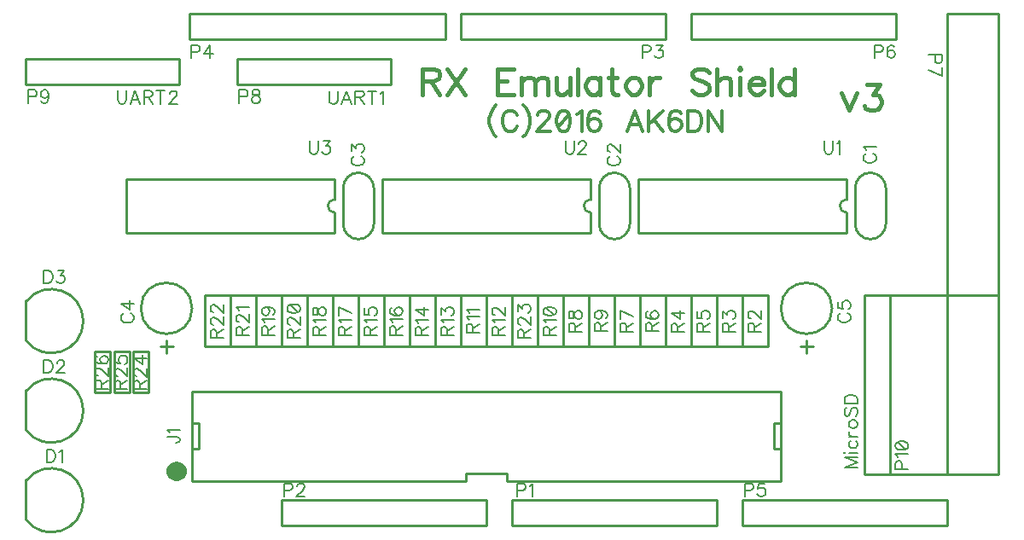
<source format=gto>
G04 DipTrace 4.3.0.2*
G04 TopSilk.gbr*
%MOIN*%
G04 #@! TF.FileFunction,Legend,Top*
G04 #@! TF.Part,Single*
%ADD10C,0.01*%
%ADD52C,0.00772*%
%ADD53C,0.012351*%
%ADD54C,0.015439*%
%FSLAX26Y26*%
G04*
G70*
G90*
G75*
G01*
G04 TopSilk*
%LPD*%
X3410000Y1230060D2*
D10*
Y1369940D1*
X3290000Y1230060D2*
Y1369940D1*
X3410000D2*
G03X3290000Y1369940I-60000J60D01*
G01*
Y1230060D2*
G03X3410000Y1230060I60000J-60D01*
G01*
X2410000D2*
Y1369940D1*
X2290000Y1230060D2*
Y1369940D1*
X2410000D2*
G03X2290000Y1369940I-60000J60D01*
G01*
Y1230060D2*
G03X2410000Y1230060I60000J-60D01*
G01*
X1410000D2*
Y1369940D1*
X1290000Y1230060D2*
Y1369940D1*
X1410000D2*
G03X1290000Y1369940I-60000J60D01*
G01*
Y1230060D2*
G03X1410000Y1230060I60000J-60D01*
G01*
X600000Y724993D2*
Y775043D1*
X625000Y750018D2*
X575000D1*
X500037Y900031D2*
G02X500037Y900031I99963J0D01*
G01*
X3100000Y724993D2*
Y775043D1*
X3125000Y750018D2*
X3075000D1*
X3000037Y900031D2*
G02X3000037Y900031I99963J0D01*
G01*
X50007Y75064D2*
Y224936D1*
X50231Y74764D2*
G03X50231Y225236I99796J75236D01*
G01*
X50007Y425064D2*
Y574936D1*
X50231Y424764D2*
G03X50231Y575236I99796J75236D01*
G01*
X50007Y775064D2*
Y924936D1*
X50231Y774764D2*
G03X50231Y925236I99796J75236D01*
G01*
X700000Y575000D2*
Y225000D1*
X3000000Y575000D2*
X700000D1*
X3000000D2*
Y225000D1*
Y450050D2*
X2974699D1*
Y349950D1*
X725301Y450050D2*
Y349950D1*
Y450050D2*
X700000D1*
X3000000Y225000D2*
X1930500D1*
X1769500D2*
X700000D1*
X1769500Y255100D2*
Y225000D1*
X1930500Y255100D2*
X1769500D1*
X1930500D2*
Y225000D1*
X3000000Y349950D2*
X2974699D1*
X725301D2*
X700000D1*
X1950000Y150000D2*
X2750000D1*
X1950000Y50000D2*
Y150000D1*
Y50000D2*
X2750000D1*
Y150000D1*
X1050000D2*
X1850000D1*
X1050000Y50000D2*
Y150000D1*
Y50000D2*
X1850000D1*
Y150000D1*
X2550000Y1950000D2*
X1750000D1*
X2550000Y2050000D2*
Y1950000D1*
Y2050000D2*
X1750000D1*
Y1950000D1*
X1690000D2*
Y2050000D1*
X690000Y1950000D2*
X1690000D1*
X690000D2*
Y2050000D1*
X765000D1*
X1690000D1*
X2850000Y150000D2*
X3650000D1*
X2850000Y50000D2*
Y150000D1*
Y50000D2*
X3650000D1*
Y150000D1*
X3450000Y1950000D2*
X2650000D1*
X3450000Y2050000D2*
Y1950000D1*
Y2050000D2*
X2650000D1*
Y1950000D1*
X3650000Y250000D2*
X3850000D1*
X3650000Y2050000D2*
X3850000D1*
Y250000D1*
X3650000Y2050000D2*
Y250000D1*
X875000Y1775000D2*
X1475000D1*
X875000Y1875000D2*
X1475000D1*
X875000Y1775000D2*
Y1875000D1*
X1475000Y1775000D2*
Y1875000D1*
X50000Y1775000D2*
X650000D1*
X50000Y1875000D2*
X650000D1*
X50000Y1775000D2*
Y1875000D1*
X650000Y1775000D2*
Y1875000D1*
X3425000Y950000D2*
X3325000D1*
X3425000Y250000D2*
Y950000D1*
Y250000D2*
X3325000D1*
Y950000D1*
X2850000Y750180D2*
Y949820D1*
X2950000D2*
X2850000D1*
X2950000Y750180D2*
Y949820D1*
Y750180D2*
X2850000D1*
X2750000D2*
Y949820D1*
X2850000D2*
X2750000D1*
X2850000Y750180D2*
Y949820D1*
Y750180D2*
X2750000D1*
X2550000D2*
Y949820D1*
X2650000D2*
X2550000D1*
X2650000Y750180D2*
Y949820D1*
Y750180D2*
X2550000D1*
X2650000D2*
Y949820D1*
X2750000D2*
X2650000D1*
X2750000Y750180D2*
Y949820D1*
Y750180D2*
X2650000D1*
X2450000D2*
Y949820D1*
X2550000D2*
X2450000D1*
X2550000Y750180D2*
Y949820D1*
Y750180D2*
X2450000D1*
X2350000D2*
Y949820D1*
X2450000D2*
X2350000D1*
X2450000Y750180D2*
Y949820D1*
Y750180D2*
X2350000D1*
X2150000D2*
Y949820D1*
X2250000D2*
X2150000D1*
X2250000Y750180D2*
Y949820D1*
Y750180D2*
X2150000D1*
X2250000D2*
Y949820D1*
X2350000D2*
X2250000D1*
X2350000Y750180D2*
Y949820D1*
Y750180D2*
X2250000D1*
X2050000D2*
Y949820D1*
X2150000D2*
X2050000D1*
X2150000Y750180D2*
Y949820D1*
Y750180D2*
X2050000D1*
X1750000D2*
Y949820D1*
X1850000D2*
X1750000D1*
X1850000Y750180D2*
Y949820D1*
Y750180D2*
X1750000D1*
X1850000D2*
Y949820D1*
X1950000D2*
X1850000D1*
X1950000Y750180D2*
Y949820D1*
Y750180D2*
X1850000D1*
X1650000D2*
Y949820D1*
X1750000D2*
X1650000D1*
X1750000Y750180D2*
Y949820D1*
Y750180D2*
X1650000D1*
X1550000D2*
Y949820D1*
X1650000D2*
X1550000D1*
X1650000Y750180D2*
Y949820D1*
Y750180D2*
X1550000D1*
X1350000D2*
Y949820D1*
X1450000D2*
X1350000D1*
X1450000Y750180D2*
Y949820D1*
Y750180D2*
X1350000D1*
X1450000D2*
Y949820D1*
X1550000D2*
X1450000D1*
X1550000Y750180D2*
Y949820D1*
Y750180D2*
X1450000D1*
X1250000D2*
Y949820D1*
X1350000D2*
X1250000D1*
X1350000Y750180D2*
Y949820D1*
Y750180D2*
X1250000D1*
X1150000D2*
Y949820D1*
X1250000D2*
X1150000D1*
X1250000Y750180D2*
Y949820D1*
Y750180D2*
X1150000D1*
X950000D2*
Y949820D1*
X1050000D2*
X950000D1*
X1050000Y750180D2*
Y949820D1*
Y750180D2*
X950000D1*
X1050000D2*
Y949820D1*
X1150000D2*
X1050000D1*
X1150000Y750180D2*
Y949820D1*
Y750180D2*
X1050000D1*
X850000D2*
Y949820D1*
X950000D2*
X850000D1*
X950000Y750180D2*
Y949820D1*
Y750180D2*
X850000D1*
X750000D2*
Y949820D1*
X850000D2*
X750000D1*
X850000Y750180D2*
Y949820D1*
Y750180D2*
X750000D1*
X1950000D2*
Y949820D1*
X2050000D2*
X1950000D1*
X2050000Y750180D2*
Y949820D1*
Y750180D2*
X1950000D1*
X530000Y730150D2*
X470000D1*
X530000Y569850D2*
Y730150D1*
Y569850D2*
X470000D1*
Y730150D1*
X455000D2*
X395000D1*
X455000Y569850D2*
Y730150D1*
Y569850D2*
X395000D1*
Y730150D1*
X380000D2*
X320000D1*
X380000Y569850D2*
Y730150D1*
Y569850D2*
X320000D1*
Y730150D1*
X3255512Y1325134D2*
G03X3255512Y1274866I-8J-25134D01*
G01*
Y1195514D2*
X2444488D1*
X3255512Y1404486D2*
X2444488D1*
Y1195514D1*
X3255512Y1274866D2*
Y1195514D1*
Y1404486D2*
Y1325134D1*
X2255512D2*
G03X2255512Y1274866I-8J-25134D01*
G01*
Y1195514D2*
X1444488D1*
X2255512Y1404486D2*
X1444488D1*
Y1195514D1*
X2255512Y1274866D2*
Y1195514D1*
Y1404486D2*
Y1325134D1*
X1255512D2*
G03X1255512Y1274866I-8J-25134D01*
G01*
Y1195514D2*
X444488D1*
X1255512Y1404486D2*
X444488D1*
Y1195514D1*
X1255512Y1274866D2*
Y1195514D1*
Y1404486D2*
Y1325134D1*
X3425000Y950000D2*
X3850000D1*
Y250000D2*
X3400000D1*
G36*
X680000Y262500D2*
X679126Y254703D1*
X676542Y247247D1*
X672361Y240458D1*
X666765Y234632D1*
X660000Y230024D1*
X652361Y226835D1*
X644181Y225205D1*
X635819D1*
X627639Y226835D1*
X620000Y230024D1*
X613235Y234632D1*
X607639Y240458D1*
X603458Y247247D1*
X600874Y254703D1*
X600000Y262500D1*
X600874Y270297D1*
X603458Y277753D1*
X607639Y284542D1*
X613235Y290368D1*
X620000Y294976D1*
X627639Y298165D1*
X635819Y299795D1*
X644181D1*
X652361Y298165D1*
X660000Y294976D1*
X666765Y290368D1*
X672361Y284542D1*
X676542Y277753D1*
X679126Y270297D1*
X680000Y262500D1*
G37*
X1235233Y1748988D2*
D52*
Y1713118D1*
X1237609Y1705933D1*
X1242418Y1701179D1*
X1249603Y1698747D1*
X1254356D1*
X1261541Y1701179D1*
X1266349Y1705933D1*
X1268726Y1713118D1*
Y1748988D1*
X1322467Y1698747D2*
X1303288Y1748988D1*
X1284165Y1698747D1*
X1291350Y1715494D2*
X1315282D1*
X1337906Y1725056D2*
X1359406D1*
X1366591Y1727488D1*
X1369023Y1729864D1*
X1371399Y1734617D1*
Y1739426D1*
X1369023Y1744179D1*
X1366591Y1746611D1*
X1359406Y1748988D1*
X1337906D1*
Y1698747D1*
X1354653Y1725056D2*
X1371399Y1698747D1*
X1403585Y1748988D2*
Y1698747D1*
X1386839Y1748988D2*
X1420332D1*
X1435771Y1739371D2*
X1440580Y1741802D1*
X1447765Y1748932D1*
Y1698747D1*
X409482Y1749738D2*
Y1713868D1*
X411858Y1706683D1*
X416667Y1701930D1*
X423852Y1699498D1*
X428605D1*
X435790Y1701930D1*
X440599Y1706683D1*
X442975Y1713868D1*
Y1749738D1*
X496716Y1699498D2*
X477538Y1749738D1*
X458414Y1699498D1*
X465599Y1716245D2*
X489531D1*
X512155Y1725806D2*
X533655D1*
X540840Y1728238D1*
X543272Y1730615D1*
X545649Y1735368D1*
Y1740177D1*
X543272Y1744930D1*
X540840Y1747362D1*
X533655Y1749738D1*
X512155D1*
Y1699498D1*
X528902Y1725806D2*
X545649Y1699498D1*
X577835Y1749738D2*
Y1699498D1*
X561088Y1749738D2*
X594581D1*
X612453Y1737745D2*
Y1740121D1*
X614829Y1744930D1*
X617206Y1747306D1*
X622014Y1749683D1*
X631576D1*
X636329Y1747306D1*
X638706Y1744930D1*
X641137Y1740121D1*
Y1735368D1*
X638706Y1730560D1*
X633952Y1723430D1*
X610021Y1699498D1*
X643514D1*
X3298606Y317836D2*
X3248366D1*
X3298606Y298713D1*
X3248366Y279589D1*
X3298606D1*
X3248366Y333275D2*
X3250742Y335652D1*
X3248366Y338084D1*
X3245934Y335652D1*
X3248366Y333275D1*
X3265112Y335652D2*
X3298606D1*
X3272297Y382263D2*
X3267489Y377455D1*
X3265112Y372646D1*
Y365516D1*
X3267489Y360708D1*
X3272297Y355955D1*
X3279482Y353523D1*
X3284235D1*
X3291420Y355955D1*
X3296174Y360708D1*
X3298606Y365516D1*
Y372646D1*
X3296174Y377455D1*
X3291420Y382263D1*
X3265112Y397702D2*
X3298606D1*
X3279482D2*
X3272297Y400134D1*
X3267489Y404887D1*
X3265112Y409696D1*
Y416881D1*
Y444258D2*
X3267489Y439505D1*
X3272297Y434697D1*
X3279482Y432320D1*
X3284235D1*
X3291420Y434697D1*
X3296174Y439505D1*
X3298606Y444258D1*
Y451443D1*
X3296174Y456252D1*
X3291420Y461005D1*
X3284235Y463437D1*
X3279482D1*
X3272297Y461005D1*
X3267489Y456252D1*
X3265112Y451443D1*
Y444258D1*
X3255551Y512369D2*
X3250742Y507616D1*
X3248366Y500431D1*
Y490870D1*
X3250742Y483685D1*
X3255551Y478876D1*
X3260304D1*
X3265112Y481308D1*
X3267489Y483685D1*
X3269865Y488438D1*
X3274674Y502808D1*
X3277050Y507616D1*
X3279482Y509993D1*
X3284235Y512369D1*
X3291420D1*
X3296174Y507616D1*
X3298606Y500431D1*
Y490870D1*
X3296174Y483685D1*
X3291420Y478876D1*
X3248366Y527809D2*
X3298606D1*
Y544555D1*
X3296174Y551740D1*
X3291420Y556549D1*
X3286612Y558925D1*
X3279482Y561302D1*
X3267489D1*
X3260304Y558925D1*
X3255551Y556549D1*
X3250742Y551740D1*
X3248366Y544555D1*
Y527809D1*
X1887751Y1693824D2*
D53*
X1880058Y1686219D1*
X1872453Y1674723D1*
X1864759Y1659425D1*
X1860957Y1640235D1*
Y1624936D1*
X1864759Y1605835D1*
X1872453Y1590537D1*
X1880058Y1579041D1*
X1887751Y1571435D1*
X1969846Y1653765D2*
X1966043Y1661370D1*
X1958350Y1669064D1*
X1950745Y1672866D1*
X1935446D1*
X1927753Y1669064D1*
X1920148Y1661370D1*
X1916257Y1653765D1*
X1912454Y1642269D1*
Y1623079D1*
X1916257Y1611672D1*
X1920148Y1603978D1*
X1927753Y1596373D1*
X1935446Y1592482D1*
X1950745D1*
X1958350Y1596373D1*
X1966043Y1603978D1*
X1969846Y1611672D1*
X1994549Y1693824D2*
X2002242Y1686219D1*
X2009847Y1674723D1*
X2017541Y1659425D1*
X2021343Y1640235D1*
Y1624936D1*
X2017541Y1605835D1*
X2009847Y1590537D1*
X2002242Y1579041D1*
X1994549Y1571435D1*
X2049937Y1653677D2*
Y1657479D1*
X2053740Y1665173D1*
X2057542Y1668975D1*
X2065236Y1672778D1*
X2080534D1*
X2088139Y1668975D1*
X2091942Y1665173D1*
X2095833Y1657479D1*
Y1649874D1*
X2091942Y1642180D1*
X2084337Y1630773D1*
X2046046Y1592482D1*
X2099635D1*
X2147330Y1672778D2*
X2135834Y1668975D1*
X2128141Y1657479D1*
X2124338Y1638378D1*
Y1626882D1*
X2128141Y1607781D1*
X2135834Y1596285D1*
X2147330Y1592482D1*
X2154935D1*
X2166432Y1596285D1*
X2174037Y1607781D1*
X2177928Y1626882D1*
Y1638378D1*
X2174037Y1657479D1*
X2166432Y1668975D1*
X2154935Y1672778D1*
X2147330D1*
X2174037Y1657479D2*
X2128141Y1607781D1*
X2202630Y1657479D2*
X2210324Y1661370D1*
X2221820Y1672778D1*
Y1592482D1*
X2292419Y1661370D2*
X2288616Y1668975D1*
X2277120Y1672778D1*
X2269515D1*
X2258019Y1668975D1*
X2250325Y1657479D1*
X2246523Y1638378D1*
Y1619277D1*
X2250325Y1603978D1*
X2258019Y1596285D1*
X2269515Y1592482D1*
X2273317D1*
X2284725Y1596285D1*
X2292419Y1603978D1*
X2296221Y1615474D1*
Y1619277D1*
X2292419Y1630773D1*
X2284725Y1638378D1*
X2273317Y1642180D1*
X2269515D1*
X2258019Y1638378D1*
X2250325Y1630773D1*
X2246523Y1619277D1*
X2459968Y1592482D2*
X2429283Y1672866D1*
X2398685Y1592482D1*
X2410182Y1619277D2*
X2448472D1*
X2484671Y1672866D2*
Y1592482D1*
X2538260Y1672866D2*
X2484671Y1619277D1*
X2503772Y1638466D2*
X2538260Y1592482D1*
X2608859Y1661370D2*
X2605057Y1668975D1*
X2593560Y1672778D1*
X2585955D1*
X2574459Y1668975D1*
X2566766Y1657479D1*
X2562963Y1638378D1*
Y1619277D1*
X2566766Y1603978D1*
X2574459Y1596285D1*
X2585955Y1592482D1*
X2589758D1*
X2601166Y1596285D1*
X2608859Y1603978D1*
X2612662Y1615474D1*
Y1619277D1*
X2608859Y1630773D1*
X2601166Y1638378D1*
X2589758Y1642180D1*
X2585955D1*
X2574459Y1638378D1*
X2566766Y1630773D1*
X2562963Y1619277D1*
X2637364Y1672866D2*
Y1592482D1*
X2664159D1*
X2675655Y1596373D1*
X2683349Y1603978D1*
X2687151Y1611672D1*
X2690954Y1623079D1*
Y1642269D1*
X2687151Y1653765D1*
X2683349Y1661370D1*
X2675655Y1669064D1*
X2664159Y1672866D1*
X2637364D1*
X2769246D2*
Y1592482D1*
X2715657Y1672866D1*
Y1592482D1*
X1600000Y1788438D2*
D54*
X1643000D1*
X1657370Y1793302D1*
X1662234Y1798055D1*
X1666987Y1807562D1*
Y1817179D1*
X1662234Y1826685D1*
X1657370Y1831549D1*
X1643000Y1836302D1*
X1600000D1*
Y1735822D1*
X1633494Y1788438D2*
X1666987Y1735822D1*
X1697866Y1836302D2*
X1764852Y1735822D1*
Y1836302D2*
X1697866Y1735822D1*
X1955056Y1836302D2*
X1892933D1*
Y1735822D1*
X1955056D1*
X1892933Y1788438D2*
X1931179D1*
X1985934Y1802808D2*
Y1735822D1*
Y1783685D2*
X2000304Y1798055D1*
X2009921Y1802808D1*
X2024181D1*
X2033798Y1798055D1*
X2038551Y1783685D1*
Y1735822D1*
Y1783685D2*
X2052921Y1798055D1*
X2062538Y1802808D1*
X2076797D1*
X2086414Y1798055D1*
X2091278Y1783685D1*
Y1735822D1*
X2122156Y1802808D2*
Y1754945D1*
X2126910Y1740685D1*
X2136526Y1735822D1*
X2150897D1*
X2160403Y1740685D1*
X2174773Y1754945D1*
Y1802808D2*
Y1735822D1*
X2205651Y1836302D2*
Y1735822D1*
X2293900Y1802808D2*
Y1735822D1*
Y1788438D2*
X2284393Y1798055D1*
X2274777Y1802808D1*
X2260517D1*
X2250900Y1798055D1*
X2241394Y1788438D1*
X2236530Y1774068D1*
Y1764562D1*
X2241394Y1750192D1*
X2250900Y1740685D1*
X2260517Y1735822D1*
X2274777D1*
X2284393Y1740685D1*
X2293900Y1750192D1*
X2339148Y1836302D2*
Y1754945D1*
X2343902Y1740685D1*
X2353518Y1735822D1*
X2363025D1*
X2324778Y1802808D2*
X2358272D1*
X2417780D2*
X2408273Y1798055D1*
X2398656Y1788438D1*
X2393903Y1774068D1*
Y1764562D1*
X2398656Y1750192D1*
X2408273Y1740685D1*
X2417780Y1735822D1*
X2432150D1*
X2441767Y1740685D1*
X2451273Y1750192D1*
X2456137Y1764562D1*
Y1774068D1*
X2451273Y1788438D1*
X2441767Y1798055D1*
X2432150Y1802808D1*
X2417780D1*
X2487015D2*
Y1735822D1*
Y1774068D2*
X2491879Y1788438D1*
X2501385Y1798055D1*
X2511002Y1802808D1*
X2525372D1*
X2720439Y1821932D2*
X2710933Y1831549D1*
X2696563Y1836302D1*
X2677440D1*
X2663070Y1831549D1*
X2653453Y1821932D1*
Y1812425D1*
X2658316Y1802808D1*
X2663070Y1798055D1*
X2672576Y1793302D1*
X2701316Y1783685D1*
X2710933Y1778932D1*
X2715686Y1774068D1*
X2720439Y1764562D1*
Y1750192D1*
X2710933Y1740685D1*
X2696563Y1735822D1*
X2677440D1*
X2663070Y1740685D1*
X2653453Y1750192D1*
X2751318Y1836302D2*
Y1735822D1*
Y1783685D2*
X2765688Y1798055D1*
X2775305Y1802808D1*
X2789675D1*
X2799181Y1798055D1*
X2803935Y1783685D1*
Y1735822D1*
X2834813Y1836302D2*
X2839566Y1831549D1*
X2844430Y1836302D1*
X2839566Y1841165D1*
X2834813Y1836302D1*
X2839566Y1802808D2*
Y1735822D1*
X2875308Y1774068D2*
X2932678D1*
Y1783685D1*
X2927925Y1793302D1*
X2923172Y1798055D1*
X2913555Y1802808D1*
X2899185D1*
X2889678Y1798055D1*
X2880062Y1788438D1*
X2875308Y1774068D1*
Y1764562D1*
X2880062Y1750192D1*
X2889678Y1740685D1*
X2899185Y1735822D1*
X2913555D1*
X2923172Y1740685D1*
X2932678Y1750192D1*
X2963557Y1836302D2*
Y1735822D1*
X3051805Y1836302D2*
Y1735822D1*
Y1788438D2*
X3042299Y1798055D1*
X3032682Y1802808D1*
X3018312D1*
X3008805Y1798055D1*
X2999188Y1788438D1*
X2994435Y1774068D1*
Y1764562D1*
X2999188Y1750192D1*
X3008805Y1740685D1*
X3018312Y1735822D1*
X3032682D1*
X3042299Y1740685D1*
X3051805Y1750192D1*
X3237500Y1740308D2*
X3266241Y1673322D1*
X3294870Y1740308D1*
X3335366Y1773691D2*
X3387872D1*
X3359242Y1735445D1*
X3373612D1*
X3383119Y1730692D1*
X3387872Y1725938D1*
X3392735Y1711568D1*
Y1702062D1*
X3387872Y1687692D1*
X3378365Y1678075D1*
X3363995Y1673322D1*
X3349625D1*
X3335366Y1678075D1*
X3330612Y1682939D1*
X3325749Y1692445D1*
X3333806Y1504219D2*
D52*
X3329053Y1501842D1*
X3324244Y1497034D1*
X3321868Y1492280D1*
Y1482719D1*
X3324244Y1477910D1*
X3329053Y1473157D1*
X3333806Y1470725D1*
X3340991Y1468349D1*
X3352985D1*
X3360114Y1470725D1*
X3364923Y1473157D1*
X3369676Y1477910D1*
X3372108Y1482719D1*
Y1492280D1*
X3369676Y1497034D1*
X3364923Y1501842D1*
X3360114Y1504219D1*
X3331485Y1519658D2*
X3329053Y1524466D1*
X3321923Y1531651D1*
X3372108D1*
X2333806Y1493469D2*
X2329053Y1491092D1*
X2324244Y1486284D1*
X2321868Y1481530D1*
Y1471969D1*
X2324244Y1467160D1*
X2329053Y1462407D1*
X2333806Y1459975D1*
X2340991Y1457599D1*
X2352985D1*
X2360114Y1459975D1*
X2364923Y1462407D1*
X2369676Y1467160D1*
X2372108Y1471969D1*
Y1481530D1*
X2369676Y1486284D1*
X2364923Y1491092D1*
X2360114Y1493469D1*
X2333861Y1511340D2*
X2331485D1*
X2326676Y1513716D1*
X2324300Y1516093D1*
X2321923Y1520901D1*
Y1530463D1*
X2324300Y1535216D1*
X2326676Y1537593D1*
X2331485Y1540025D1*
X2336238D1*
X2341046Y1537593D1*
X2348176Y1532840D1*
X2372108Y1508908D1*
Y1542401D1*
X1333806Y1493469D2*
X1329053Y1491092D1*
X1324244Y1486284D1*
X1321868Y1481530D1*
Y1471969D1*
X1324244Y1467160D1*
X1329053Y1462407D1*
X1333806Y1459975D1*
X1340991Y1457599D1*
X1352985D1*
X1360114Y1459975D1*
X1364923Y1462407D1*
X1369676Y1467160D1*
X1372108Y1471969D1*
Y1481530D1*
X1369676Y1486284D1*
X1364923Y1491092D1*
X1360114Y1493469D1*
X1321923Y1513716D2*
Y1539969D1*
X1341046Y1525655D1*
Y1532840D1*
X1343423Y1537593D1*
X1345800Y1539969D1*
X1352985Y1542401D1*
X1357738D1*
X1364923Y1539969D1*
X1369731Y1535216D1*
X1372108Y1528031D1*
Y1520846D1*
X1369731Y1513716D1*
X1367299Y1511340D1*
X1362546Y1508908D1*
X433806Y879774D2*
X429053Y877397D1*
X424244Y872589D1*
X421868Y867836D1*
Y858274D1*
X424244Y853466D1*
X429053Y848712D1*
X433806Y846280D1*
X440991Y843904D1*
X452985D1*
X460114Y846280D1*
X464923Y848712D1*
X469676Y853466D1*
X472108Y858274D1*
Y867836D1*
X469676Y872589D1*
X464923Y877397D1*
X460114Y879774D1*
X472108Y919145D2*
X421923D1*
X455361Y895213D1*
Y931083D1*
X3233806Y880962D2*
X3229053Y878586D1*
X3224244Y873777D1*
X3221868Y869024D1*
Y859462D1*
X3224244Y854654D1*
X3229053Y849901D1*
X3233806Y847469D1*
X3240991Y845092D1*
X3252985D1*
X3260114Y847469D1*
X3264923Y849901D1*
X3269676Y854654D1*
X3272108Y859462D1*
Y869024D1*
X3269676Y873777D1*
X3264923Y878586D1*
X3260114Y880962D1*
X3221923Y925086D2*
Y901210D1*
X3243423Y898833D1*
X3241046Y901210D1*
X3238614Y908395D1*
Y915525D1*
X3241046Y922710D1*
X3245800Y927518D1*
X3252985Y929895D1*
X3257738D1*
X3264923Y927518D1*
X3269731Y922710D1*
X3272108Y915525D1*
Y908395D1*
X3269731Y901210D1*
X3267299Y898833D1*
X3262546Y896401D1*
X132044Y348224D2*
Y297984D1*
X148790D1*
X155975Y300416D1*
X160784Y305169D1*
X163160Y309977D1*
X165537Y317107D1*
Y329100D1*
X163160Y336286D1*
X160784Y341039D1*
X155975Y345847D1*
X148790Y348224D1*
X132044D1*
X180976Y338607D2*
X185785Y341039D1*
X192970Y348168D1*
Y297984D1*
X121294Y698224D2*
Y647984D1*
X138040D1*
X145225Y650416D1*
X150034Y655169D1*
X152410Y659977D1*
X154787Y667107D1*
Y679100D1*
X152410Y686286D1*
X150034Y691039D1*
X145225Y695847D1*
X138040Y698224D1*
X121294D1*
X172658Y686230D2*
Y688607D1*
X175035Y693415D1*
X177411Y695792D1*
X182220Y698168D1*
X191781D1*
X196534Y695792D1*
X198911Y693415D1*
X201343Y688607D1*
Y683854D1*
X198911Y679045D1*
X194158Y671915D1*
X170226Y647984D1*
X203720D1*
X121294Y1048224D2*
Y997984D1*
X138040D1*
X145225Y1000416D1*
X150034Y1005169D1*
X152410Y1009977D1*
X154787Y1017107D1*
Y1029100D1*
X152410Y1036286D1*
X150034Y1041039D1*
X145225Y1045847D1*
X138040Y1048224D1*
X121294D1*
X175035Y1048168D2*
X201288D1*
X186973Y1029045D1*
X194158D1*
X198911Y1026669D1*
X201288Y1024292D1*
X203720Y1017107D1*
Y1012354D1*
X201288Y1005169D1*
X196534Y1000360D1*
X189349Y997984D1*
X182164D1*
X175035Y1000360D1*
X172658Y1002792D1*
X170226Y1007545D1*
X601777Y398249D2*
X640023D1*
X647208Y395873D1*
X649585Y393441D1*
X652017Y388688D1*
Y383879D1*
X649585Y379126D1*
X647208Y376750D1*
X640023Y374318D1*
X635270D1*
X611394Y413689D2*
X608962Y418497D1*
X601832Y425682D1*
X652017D1*
X1969537Y189324D2*
X1991092D1*
X1998222Y191700D1*
X2000654Y194132D1*
X2003030Y198886D1*
Y206071D1*
X2000654Y210824D1*
X1998222Y213256D1*
X1991092Y215632D1*
X1969537D1*
Y165392D1*
X2018470Y206015D2*
X2023278Y208447D1*
X2030463Y215577D1*
Y165392D1*
X1058787Y189324D2*
X1080342D1*
X1087472Y191700D1*
X1089904Y194132D1*
X1092280Y198886D1*
Y206071D1*
X1089904Y210824D1*
X1087472Y213256D1*
X1080342Y215632D1*
X1058787D1*
Y165392D1*
X1110151Y203639D2*
Y206015D1*
X1112528Y210824D1*
X1114905Y213200D1*
X1119713Y215577D1*
X1129275D1*
X1134028Y213200D1*
X1136405Y210824D1*
X1138836Y206015D1*
Y201262D1*
X1136405Y196454D1*
X1131651Y189324D1*
X1107720Y165392D1*
X1141213D1*
X2458787Y1901824D2*
X2480342D1*
X2487472Y1904200D1*
X2489904Y1906632D1*
X2492280Y1911386D1*
Y1918571D1*
X2489904Y1923324D1*
X2487472Y1925756D1*
X2480342Y1928132D1*
X2458787D1*
Y1877892D1*
X2512528Y1928077D2*
X2538781D1*
X2524466Y1908954D1*
X2531651D1*
X2536405Y1906577D1*
X2538781Y1904200D1*
X2541213Y1897015D1*
Y1892262D1*
X2538781Y1885077D1*
X2534028Y1880269D1*
X2526843Y1877892D1*
X2519658D1*
X2512528Y1880269D1*
X2510151Y1882701D1*
X2507720Y1887454D1*
X697599Y1901824D2*
X719154D1*
X726284Y1904200D1*
X728715Y1906632D1*
X731092Y1911386D1*
Y1918571D1*
X728715Y1923324D1*
X726284Y1925756D1*
X719154Y1928132D1*
X697599D1*
Y1877892D1*
X770463D2*
Y1928077D1*
X746531Y1894639D1*
X782401D1*
X2858787Y189324D2*
X2880342D1*
X2887472Y191700D1*
X2889904Y194132D1*
X2892280Y198886D1*
Y206071D1*
X2889904Y210824D1*
X2887472Y213256D1*
X2880342Y215632D1*
X2858787D1*
Y165392D1*
X2936405Y215577D2*
X2912528D1*
X2910151Y194077D1*
X2912528Y196454D1*
X2919713Y198886D1*
X2926843D1*
X2934028Y196454D1*
X2938836Y191700D1*
X2941213Y184515D1*
Y179762D1*
X2938836Y172577D1*
X2934028Y167769D1*
X2926843Y165392D1*
X2919713D1*
X2912528Y167769D1*
X2910151Y170201D1*
X2907720Y174954D1*
X3366146Y1901824D2*
X3387701D1*
X3394831Y1904200D1*
X3397263Y1906632D1*
X3399639Y1911386D1*
Y1918571D1*
X3397263Y1923324D1*
X3394831Y1925756D1*
X3387701Y1928132D1*
X3366146D1*
Y1877892D1*
X3443764Y1920947D2*
X3441387Y1925700D1*
X3434202Y1928077D1*
X3429449D1*
X3422264Y1925700D1*
X3417455Y1918515D1*
X3415079Y1906577D1*
Y1894639D1*
X3417455Y1885077D1*
X3422264Y1880269D1*
X3429449Y1877892D1*
X3431825D1*
X3438955Y1880269D1*
X3443764Y1885077D1*
X3446140Y1892262D1*
Y1894639D1*
X3443764Y1901824D1*
X3438955Y1906577D1*
X3431825Y1908954D1*
X3429449D1*
X3422264Y1906577D1*
X3417455Y1901824D1*
X3415079Y1894639D1*
X3601824Y1891213D2*
Y1869658D1*
X3604200Y1862528D1*
X3606632Y1860096D1*
X3611386Y1857720D1*
X3618571D1*
X3623324Y1860096D1*
X3625756Y1862528D1*
X3628132Y1869658D1*
Y1891213D1*
X3577892D1*
Y1832719D2*
X3628077Y1808787D1*
Y1842280D1*
X883815Y1726824D2*
X905370D1*
X912500Y1729200D1*
X914931Y1731632D1*
X917308Y1736386D1*
Y1743571D1*
X914931Y1748324D1*
X912500Y1750756D1*
X905370Y1753132D1*
X883815D1*
Y1702892D1*
X944685Y1753077D2*
X937556Y1750700D1*
X935124Y1745947D1*
Y1741139D1*
X937556Y1736386D1*
X942309Y1733954D1*
X951871Y1731577D1*
X959056Y1729200D1*
X963809Y1724392D1*
X966185Y1719639D1*
Y1712454D1*
X963809Y1707701D1*
X961432Y1705269D1*
X954247Y1702892D1*
X944685D1*
X937556Y1705269D1*
X935124Y1707701D1*
X932747Y1712454D1*
Y1719639D1*
X935124Y1724392D1*
X939932Y1729200D1*
X947062Y1731577D1*
X956624Y1733954D1*
X961432Y1736386D1*
X963809Y1741139D1*
Y1745947D1*
X961432Y1750700D1*
X954247Y1753077D1*
X944685D1*
X59975Y1726824D2*
X81530D1*
X88660Y1729200D1*
X91092Y1731632D1*
X93469Y1736386D1*
Y1743571D1*
X91092Y1748324D1*
X88660Y1750756D1*
X81530Y1753132D1*
X59975D1*
Y1702892D1*
X140025Y1736386D2*
X137593Y1729200D1*
X132840Y1724392D1*
X125655Y1722015D1*
X123278D1*
X116093Y1724392D1*
X111340Y1729200D1*
X108908Y1736386D1*
Y1738762D1*
X111340Y1745947D1*
X116093Y1750700D1*
X123278Y1753077D1*
X125655D1*
X132840Y1750700D1*
X137593Y1745947D1*
X140025Y1736386D1*
Y1724392D1*
X137593Y1712454D1*
X132840Y1705269D1*
X125655Y1702892D1*
X120901D1*
X113716Y1705269D1*
X111340Y1710077D1*
X3473176Y270071D2*
Y291626D1*
X3470800Y298756D1*
X3468368Y301187D1*
X3463614Y303564D1*
X3456429D1*
X3451676Y301187D1*
X3449244Y298756D1*
X3446868Y291626D1*
Y270071D1*
X3497108D1*
X3456485Y319003D2*
X3454053Y323812D1*
X3446923Y330997D1*
X3497108D1*
X3446923Y360806D2*
X3449300Y353621D1*
X3456485Y348813D1*
X3468423Y346436D1*
X3475608D1*
X3487546Y348813D1*
X3494731Y353621D1*
X3497108Y360806D1*
Y365559D1*
X3494731Y372744D1*
X3487546Y377497D1*
X3475608Y379929D1*
X3468423D1*
X3456485Y377497D1*
X3449300Y372744D1*
X3446923Y365559D1*
Y360806D1*
X3456485Y377497D2*
X3487546Y348813D1*
X2895800Y808787D2*
Y830287D1*
X2893368Y837472D1*
X2890991Y839904D1*
X2886238Y842280D1*
X2881429D1*
X2876676Y839904D1*
X2874244Y837472D1*
X2871868Y830287D1*
Y808787D1*
X2922108D1*
X2895800Y825534D2*
X2922108Y842280D1*
X2883861Y860151D2*
X2881485D1*
X2876676Y862528D1*
X2874300Y864905D1*
X2871923Y869713D1*
Y879275D1*
X2874300Y884028D1*
X2876676Y886405D1*
X2881485Y888836D1*
X2886238D1*
X2891046Y886405D1*
X2898176Y881651D1*
X2922108Y857720D1*
Y891213D1*
X2795800Y808787D2*
Y830287D1*
X2793368Y837472D1*
X2790991Y839904D1*
X2786238Y842280D1*
X2781429D1*
X2776676Y839904D1*
X2774244Y837472D1*
X2771868Y830287D1*
Y808787D1*
X2822108D1*
X2795800Y825534D2*
X2822108Y842280D1*
X2771923Y862528D2*
Y888781D1*
X2791046Y874466D1*
Y881651D1*
X2793423Y886405D1*
X2795800Y888781D1*
X2802985Y891213D1*
X2807738D1*
X2814923Y888781D1*
X2819731Y884028D1*
X2822108Y876843D1*
Y869658D1*
X2819731Y862528D1*
X2817299Y860151D1*
X2812546Y857720D1*
X2595800Y807599D2*
Y829099D1*
X2593368Y836284D1*
X2590991Y838715D1*
X2586238Y841092D1*
X2581429D1*
X2576676Y838715D1*
X2574244Y836284D1*
X2571868Y829099D1*
Y807599D1*
X2622108D1*
X2595800Y824345D2*
X2622108Y841092D1*
Y880463D2*
X2571923D1*
X2605361Y856531D1*
Y892401D1*
X2695800Y808787D2*
Y830287D1*
X2693368Y837472D1*
X2690991Y839904D1*
X2686238Y842280D1*
X2681429D1*
X2676676Y839904D1*
X2674244Y837472D1*
X2671868Y830287D1*
Y808787D1*
X2722108D1*
X2695800Y825534D2*
X2722108Y842280D1*
X2671923Y886405D2*
Y862528D1*
X2693423Y860151D1*
X2691046Y862528D1*
X2688614Y869713D1*
Y876843D1*
X2691046Y884028D1*
X2695800Y888836D1*
X2702985Y891213D1*
X2707738D1*
X2714923Y888836D1*
X2719731Y884028D1*
X2722108Y876843D1*
Y869713D1*
X2719731Y862528D1*
X2717299Y860151D1*
X2712546Y857720D1*
X2495800Y810003D2*
Y831503D1*
X2493368Y838688D1*
X2490991Y841120D1*
X2486238Y843496D1*
X2481429D1*
X2476676Y841120D1*
X2474244Y838688D1*
X2471868Y831503D1*
Y810003D1*
X2522108D1*
X2495800Y826750D2*
X2522108Y843496D1*
X2479053Y887620D2*
X2474300Y885244D1*
X2471923Y878059D1*
Y873306D1*
X2474300Y866121D1*
X2481485Y861312D1*
X2493423Y858936D1*
X2505361D1*
X2514923Y861312D1*
X2519731Y866121D1*
X2522108Y873306D1*
Y875682D1*
X2519731Y882812D1*
X2514923Y887620D1*
X2507738Y889997D1*
X2505361D1*
X2498176Y887620D1*
X2493423Y882812D1*
X2491046Y875682D1*
Y873306D1*
X2493423Y866121D1*
X2498176Y861312D1*
X2505361Y858936D1*
X2395800Y808787D2*
Y830287D1*
X2393368Y837472D1*
X2390991Y839904D1*
X2386238Y842280D1*
X2381429D1*
X2376676Y839904D1*
X2374244Y837472D1*
X2371868Y830287D1*
Y808787D1*
X2422108D1*
X2395800Y825534D2*
X2422108Y842280D1*
Y867281D2*
X2371923Y891213D1*
Y857720D1*
X2195800Y808815D2*
Y830315D1*
X2193368Y837500D1*
X2190991Y839931D1*
X2186238Y842308D1*
X2181429D1*
X2176676Y839931D1*
X2174244Y837500D1*
X2171868Y830315D1*
Y808815D1*
X2222108D1*
X2195800Y825561D2*
X2222108Y842308D1*
X2171923Y869685D2*
X2174300Y862556D1*
X2179053Y860124D1*
X2183861D1*
X2188614Y862556D1*
X2191046Y867309D1*
X2193423Y876871D1*
X2195800Y884056D1*
X2200608Y888809D1*
X2205361Y891185D1*
X2212546D1*
X2217299Y888809D1*
X2219731Y886432D1*
X2222108Y879247D1*
Y869685D1*
X2219731Y862556D1*
X2217299Y860124D1*
X2212546Y857747D1*
X2205361D1*
X2200608Y860124D1*
X2195800Y864932D1*
X2193423Y872062D1*
X2191046Y881624D1*
X2188614Y886432D1*
X2183861Y888809D1*
X2179053D1*
X2174300Y886432D1*
X2171923Y879247D1*
Y869685D1*
X2295800Y809975D2*
Y831475D1*
X2293368Y838660D1*
X2290991Y841092D1*
X2286238Y843469D1*
X2281429D1*
X2276676Y841092D1*
X2274244Y838660D1*
X2271868Y831475D1*
Y809975D1*
X2322108D1*
X2295800Y826722D2*
X2322108Y843469D1*
X2288614Y890025D2*
X2295800Y887593D1*
X2300608Y882840D1*
X2302985Y875655D1*
Y873278D1*
X2300608Y866093D1*
X2295800Y861340D1*
X2288614Y858908D1*
X2286238D1*
X2279053Y861340D1*
X2274300Y866093D1*
X2271923Y873278D1*
Y875655D1*
X2274300Y882840D1*
X2279053Y887593D1*
X2288614Y890025D1*
X2300608D1*
X2312546Y887593D1*
X2319731Y882840D1*
X2322108Y875655D1*
Y870901D1*
X2319731Y863716D1*
X2314923Y861340D1*
X2095800Y795071D2*
Y816571D1*
X2093368Y823756D1*
X2090991Y826187D1*
X2086238Y828564D1*
X2081429D1*
X2076676Y826187D1*
X2074244Y823756D1*
X2071868Y816571D1*
Y795071D1*
X2122108D1*
X2095800Y811817D2*
X2122108Y828564D1*
X2081485Y844003D2*
X2079053Y848812D1*
X2071923Y855997D1*
X2122108D1*
X2071923Y885806D2*
X2074300Y878621D1*
X2081485Y873813D1*
X2093423Y871436D1*
X2100608D1*
X2112546Y873813D1*
X2119731Y878621D1*
X2122108Y885806D1*
Y890559D1*
X2119731Y897744D1*
X2112546Y902497D1*
X2100608Y904929D1*
X2093423D1*
X2081485Y902497D1*
X2074300Y897744D1*
X2071923Y890559D1*
Y885806D1*
X2081485Y902497D2*
X2112546Y873813D1*
X1795800Y805821D2*
Y827320D1*
X1793368Y834505D1*
X1790991Y836937D1*
X1786238Y839314D1*
X1781429D1*
X1776676Y836937D1*
X1774244Y834505D1*
X1771868Y827320D1*
Y805821D1*
X1822108D1*
X1795800Y822567D2*
X1822108Y839314D1*
X1781485Y854753D2*
X1779053Y859562D1*
X1771923Y866747D1*
X1822108D1*
X1781485Y882186D2*
X1779053Y886994D1*
X1771923Y894179D1*
X1822108D1*
X1895800Y795071D2*
Y816571D1*
X1893368Y823756D1*
X1890991Y826187D1*
X1886238Y828564D1*
X1881429D1*
X1876676Y826187D1*
X1874244Y823756D1*
X1871868Y816571D1*
Y795071D1*
X1922108D1*
X1895800Y811817D2*
X1922108Y828564D1*
X1881485Y844003D2*
X1879053Y848812D1*
X1871923Y855997D1*
X1922108D1*
X1883861Y873868D2*
X1881485D1*
X1876676Y876244D1*
X1874300Y878621D1*
X1871923Y883429D1*
Y892991D1*
X1874300Y897744D1*
X1876676Y900121D1*
X1881485Y902553D1*
X1886238D1*
X1891046Y900121D1*
X1898176Y895368D1*
X1922108Y871436D1*
Y904929D1*
X1695800Y795071D2*
Y816571D1*
X1693368Y823756D1*
X1690991Y826187D1*
X1686238Y828564D1*
X1681429D1*
X1676676Y826187D1*
X1674244Y823756D1*
X1671868Y816571D1*
Y795071D1*
X1722108D1*
X1695800Y811817D2*
X1722108Y828564D1*
X1681485Y844003D2*
X1679053Y848812D1*
X1671923Y855997D1*
X1722108D1*
X1671923Y876244D2*
Y902497D1*
X1691046Y888183D1*
Y895368D1*
X1693423Y900121D1*
X1695800Y902497D1*
X1702985Y904929D1*
X1707738D1*
X1714923Y902497D1*
X1719731Y897744D1*
X1722108Y890559D1*
Y883374D1*
X1719731Y876244D1*
X1717299Y873868D1*
X1712546Y871436D1*
X1595800Y793882D2*
Y815382D1*
X1593368Y822567D1*
X1590991Y824999D1*
X1586238Y827376D1*
X1581429D1*
X1576676Y824999D1*
X1574244Y822567D1*
X1571868Y815382D1*
Y793882D1*
X1622108D1*
X1595800Y810629D2*
X1622108Y827376D1*
X1581485Y842815D2*
X1579053Y847623D1*
X1571923Y854808D1*
X1622108D1*
Y894179D2*
X1571923D1*
X1605361Y870248D1*
Y906118D1*
X1395800Y795071D2*
Y816571D1*
X1393368Y823756D1*
X1390991Y826187D1*
X1386238Y828564D1*
X1381429D1*
X1376676Y826187D1*
X1374244Y823756D1*
X1371868Y816571D1*
Y795071D1*
X1422108D1*
X1395800Y811817D2*
X1422108Y828564D1*
X1381485Y844003D2*
X1379053Y848812D1*
X1371923Y855997D1*
X1422108D1*
X1371923Y900121D2*
Y876244D1*
X1393423Y873868D1*
X1391046Y876244D1*
X1388614Y883429D1*
Y890559D1*
X1391046Y897744D1*
X1395800Y902553D1*
X1402985Y904929D1*
X1407738D1*
X1414923Y902553D1*
X1419731Y897744D1*
X1422108Y890559D1*
Y883429D1*
X1419731Y876244D1*
X1417299Y873868D1*
X1412546Y871436D1*
X1495800Y796287D2*
Y817786D1*
X1493368Y824971D1*
X1490991Y827403D1*
X1486238Y829780D1*
X1481429D1*
X1476676Y827403D1*
X1474244Y824971D1*
X1471868Y817786D1*
Y796287D1*
X1522108D1*
X1495800Y813033D2*
X1522108Y829780D1*
X1481485Y845219D2*
X1479053Y850028D1*
X1471923Y857213D1*
X1522108D1*
X1479053Y901337D2*
X1474300Y898960D1*
X1471923Y891775D1*
Y887022D1*
X1474300Y879837D1*
X1481485Y875029D1*
X1493423Y872652D1*
X1505361D1*
X1514923Y875029D1*
X1519731Y879837D1*
X1522108Y887022D1*
Y889399D1*
X1519731Y896528D1*
X1514923Y901337D1*
X1507738Y903713D1*
X1505361D1*
X1498176Y901337D1*
X1493423Y896528D1*
X1491046Y889399D1*
Y887022D1*
X1493423Y879837D1*
X1498176Y875029D1*
X1505361Y872652D1*
X1295800Y795071D2*
Y816571D1*
X1293368Y823756D1*
X1290991Y826187D1*
X1286238Y828564D1*
X1281429D1*
X1276676Y826187D1*
X1274244Y823756D1*
X1271868Y816571D1*
Y795071D1*
X1322108D1*
X1295800Y811817D2*
X1322108Y828564D1*
X1281485Y844003D2*
X1279053Y848812D1*
X1271923Y855997D1*
X1322108D1*
Y880998D2*
X1271923Y904929D1*
Y871436D1*
X1195800Y795098D2*
Y816598D1*
X1193368Y823783D1*
X1190991Y826215D1*
X1186238Y828592D1*
X1181429D1*
X1176676Y826215D1*
X1174244Y823783D1*
X1171868Y816598D1*
Y795098D1*
X1222108D1*
X1195800Y811845D2*
X1222108Y828592D1*
X1181485Y844031D2*
X1179053Y848839D1*
X1171923Y856024D1*
X1222108D1*
X1171923Y883402D2*
X1174300Y876272D1*
X1179053Y873840D1*
X1183861D1*
X1188614Y876272D1*
X1191046Y881025D1*
X1193423Y890587D1*
X1195800Y897772D1*
X1200608Y902525D1*
X1205361Y904902D1*
X1212546D1*
X1217299Y902525D1*
X1219731Y900149D1*
X1222108Y892963D1*
Y883402D1*
X1219731Y876272D1*
X1217299Y873840D1*
X1212546Y871464D1*
X1205361D1*
X1200608Y873840D1*
X1195800Y878649D1*
X1193423Y885778D1*
X1191046Y895340D1*
X1188614Y900149D1*
X1183861Y902525D1*
X1179053D1*
X1174300Y900149D1*
X1171923Y892963D1*
Y883402D1*
X995800Y796259D2*
Y817759D1*
X993368Y824944D1*
X990991Y827376D1*
X986238Y829752D1*
X981429D1*
X976676Y827376D1*
X974244Y824944D1*
X971868Y817759D1*
Y796259D1*
X1022108D1*
X995800Y813006D2*
X1022108Y829752D1*
X981485Y845192D2*
X979053Y850000D1*
X971923Y857185D1*
X1022108D1*
X988614Y903741D2*
X995800Y901309D1*
X1000608Y896556D1*
X1002985Y889371D1*
Y886994D1*
X1000608Y879809D1*
X995800Y875056D1*
X988614Y872624D1*
X986238D1*
X979053Y875056D1*
X974300Y879809D1*
X971923Y886994D1*
Y889371D1*
X974300Y896556D1*
X979053Y901309D1*
X988614Y903741D1*
X1000608D1*
X1012546Y901309D1*
X1019731Y896556D1*
X1022108Y889371D1*
Y884618D1*
X1019731Y877433D1*
X1014923Y875056D1*
X1095800Y784321D2*
Y805821D1*
X1093368Y813006D1*
X1090991Y815437D1*
X1086238Y817814D1*
X1081429D1*
X1076676Y815437D1*
X1074244Y813006D1*
X1071868Y805821D1*
Y784321D1*
X1122108D1*
X1095800Y801067D2*
X1122108Y817814D1*
X1083861Y835685D2*
X1081485D1*
X1076676Y838062D1*
X1074300Y840438D1*
X1071923Y845247D1*
Y854808D1*
X1074300Y859562D1*
X1076676Y861938D1*
X1081485Y864370D1*
X1086238D1*
X1091046Y861938D1*
X1098176Y857185D1*
X1122108Y833253D1*
Y866747D1*
X1071923Y896556D2*
X1074300Y889371D1*
X1081485Y884563D1*
X1093423Y882186D1*
X1100608D1*
X1112546Y884563D1*
X1119731Y889371D1*
X1122108Y896556D1*
Y901309D1*
X1119731Y908494D1*
X1112546Y913247D1*
X1100608Y915679D1*
X1093423D1*
X1081485Y913247D1*
X1074300Y908494D1*
X1071923Y901309D1*
Y896556D1*
X1081485Y913247D2*
X1112546Y884563D1*
X895800Y795071D2*
Y816571D1*
X893368Y823756D1*
X890991Y826187D1*
X886238Y828564D1*
X881429D1*
X876676Y826187D1*
X874244Y823756D1*
X871868Y816571D1*
Y795071D1*
X922108D1*
X895800Y811817D2*
X922108Y828564D1*
X883861Y846435D2*
X881485D1*
X876676Y848812D1*
X874300Y851188D1*
X871923Y855997D1*
Y865558D1*
X874300Y870312D1*
X876676Y872688D1*
X881485Y875120D1*
X886238D1*
X891046Y872688D1*
X898176Y867935D1*
X922108Y844003D1*
Y877497D1*
X881485Y892936D2*
X879053Y897744D1*
X871923Y904929D1*
X922108D1*
X795800Y784321D2*
Y805821D1*
X793368Y813006D1*
X790991Y815437D1*
X786238Y817814D1*
X781429D1*
X776676Y815437D1*
X774244Y813006D1*
X771868Y805821D1*
Y784321D1*
X822108D1*
X795800Y801067D2*
X822108Y817814D1*
X783861Y835685D2*
X781485D1*
X776676Y838062D1*
X774300Y840438D1*
X771923Y845247D1*
Y854808D1*
X774300Y859562D1*
X776676Y861938D1*
X781485Y864370D1*
X786238D1*
X791046Y861938D1*
X798176Y857185D1*
X822108Y833253D1*
Y866747D1*
X783861Y884618D2*
X781485D1*
X776676Y886994D1*
X774300Y889371D1*
X771923Y894179D1*
Y903741D1*
X774300Y908494D1*
X776676Y910871D1*
X781485Y913303D1*
X786238D1*
X791046Y910871D1*
X798176Y906118D1*
X822108Y882186D1*
Y915679D1*
X1995800Y784321D2*
Y805821D1*
X1993368Y813006D1*
X1990991Y815437D1*
X1986238Y817814D1*
X1981429D1*
X1976676Y815437D1*
X1974244Y813006D1*
X1971868Y805821D1*
Y784321D1*
X2022108D1*
X1995800Y801067D2*
X2022108Y817814D1*
X1983861Y835685D2*
X1981485D1*
X1976676Y838062D1*
X1974300Y840438D1*
X1971923Y845247D1*
Y854808D1*
X1974300Y859562D1*
X1976676Y861938D1*
X1981485Y864370D1*
X1986238D1*
X1991046Y861938D1*
X1998176Y857185D1*
X2022108Y833253D1*
Y866747D1*
X1971923Y886994D2*
Y913247D1*
X1991046Y898933D1*
Y906118D1*
X1993423Y910871D1*
X1995800Y913247D1*
X2002985Y915679D1*
X2007738D1*
X2014923Y913247D1*
X2019731Y908494D1*
X2022108Y901309D1*
Y894124D1*
X2019731Y886994D1*
X2017299Y884618D1*
X2012546Y882186D1*
X495800Y583132D2*
Y604632D1*
X493368Y611817D1*
X490991Y614249D1*
X486238Y616626D1*
X481429D1*
X476676Y614249D1*
X474244Y611817D1*
X471868Y604632D1*
Y583132D1*
X522108D1*
X495800Y599879D2*
X522108Y616626D1*
X483861Y634497D2*
X481485D1*
X476676Y636873D1*
X474300Y639250D1*
X471923Y644059D1*
Y653620D1*
X474300Y658373D1*
X476676Y660750D1*
X481485Y663182D1*
X486238D1*
X491046Y660750D1*
X498176Y655997D1*
X522108Y632065D1*
Y665558D1*
Y704929D2*
X471923D1*
X505361Y680998D1*
Y716868D1*
X420800Y584321D2*
Y605821D1*
X418368Y613006D1*
X415991Y615437D1*
X411238Y617814D1*
X406429D1*
X401676Y615437D1*
X399244Y613006D1*
X396868Y605821D1*
Y584321D1*
X447108D1*
X420800Y601067D2*
X447108Y617814D1*
X408861Y635685D2*
X406485D1*
X401676Y638062D1*
X399300Y640438D1*
X396923Y645247D1*
Y654808D1*
X399300Y659562D1*
X401676Y661938D1*
X406485Y664370D1*
X411238D1*
X416046Y661938D1*
X423176Y657185D1*
X447108Y633253D1*
Y666747D1*
X396923Y710871D2*
Y686994D1*
X418423Y684618D1*
X416046Y686994D1*
X413614Y694179D1*
Y701309D1*
X416046Y708494D1*
X420800Y713303D1*
X427985Y715679D1*
X432738D1*
X439923Y713303D1*
X444731Y708494D1*
X447108Y701309D1*
Y694179D1*
X444731Y686994D1*
X442299Y684618D1*
X437546Y682186D1*
X345800Y585537D2*
Y607037D1*
X343368Y614222D1*
X340991Y616653D1*
X336238Y619030D1*
X331429D1*
X326676Y616653D1*
X324244Y614222D1*
X321868Y607037D1*
Y585537D1*
X372108D1*
X345800Y602283D2*
X372108Y619030D1*
X333861Y636901D2*
X331485D1*
X326676Y639278D1*
X324300Y641654D1*
X321923Y646463D1*
Y656024D1*
X324300Y660778D1*
X326676Y663154D1*
X331485Y665586D1*
X336238D1*
X341046Y663154D1*
X348176Y658401D1*
X372108Y634469D1*
Y667963D1*
X329053Y712087D2*
X324300Y709710D1*
X321923Y702525D1*
Y697772D1*
X324300Y690587D1*
X331485Y685778D1*
X343423Y683402D1*
X355361D1*
X364923Y685778D1*
X369731Y690587D1*
X372108Y697772D1*
Y700149D1*
X369731Y707278D1*
X364923Y712087D1*
X357738Y714463D1*
X355361D1*
X348176Y712087D1*
X343423Y707278D1*
X341046Y700149D1*
Y697772D1*
X343423Y690587D1*
X348176Y685778D1*
X355361Y683402D1*
X3169537Y1553132D2*
Y1517262D1*
X3171914Y1510077D1*
X3176722Y1505324D1*
X3183907Y1502892D1*
X3188660D1*
X3195845Y1505324D1*
X3200654Y1510077D1*
X3203030Y1517262D1*
Y1553132D1*
X3218470Y1543515D2*
X3223278Y1545947D1*
X3230463Y1553077D1*
Y1502892D1*
X2158787Y1553132D2*
Y1517262D1*
X2161164Y1510077D1*
X2165972Y1505324D1*
X2173157Y1502892D1*
X2177910D1*
X2185095Y1505324D1*
X2189904Y1510077D1*
X2192280Y1517262D1*
Y1553132D1*
X2210151Y1541139D2*
Y1543515D1*
X2212528Y1548324D1*
X2214905Y1550700D1*
X2219713Y1553077D1*
X2229275D1*
X2234028Y1550700D1*
X2236405Y1548324D1*
X2238836Y1543515D1*
Y1538762D1*
X2236405Y1533954D1*
X2231651Y1526824D1*
X2207720Y1502892D1*
X2241213D1*
X1158787Y1553132D2*
Y1517262D1*
X1161164Y1510077D1*
X1165972Y1505324D1*
X1173157Y1502892D1*
X1177910D1*
X1185095Y1505324D1*
X1189904Y1510077D1*
X1192280Y1517262D1*
Y1553132D1*
X1212528Y1553077D2*
X1238781D1*
X1224466Y1533954D1*
X1231651D1*
X1236405Y1531577D1*
X1238781Y1529200D1*
X1241213Y1522015D1*
Y1517262D1*
X1238781Y1510077D1*
X1234028Y1505269D1*
X1226843Y1502892D1*
X1219658D1*
X1212528Y1505269D1*
X1210151Y1507701D1*
X1207720Y1512454D1*
M02*

</source>
